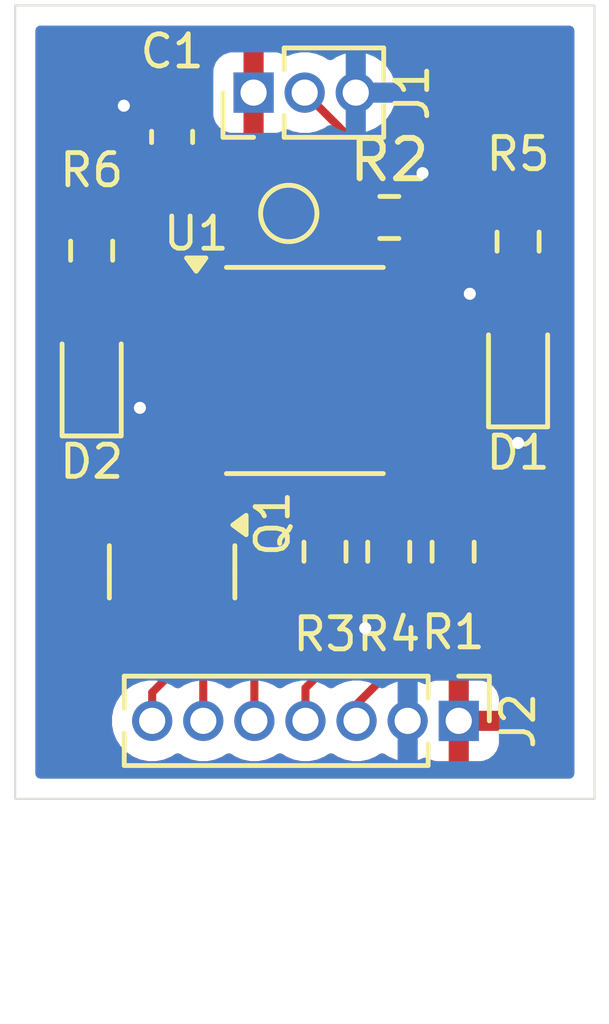
<source format=kicad_pcb>
(kicad_pcb (version 20241229) (generator "pcbnew") (generator_version "9.0")
  (layers (0 "F.Cu" signal) (2 "B.Cu" signal) (13 "F.Paste" user) (15 "B.Paste" user) (5 "F.SilkS" user "F.Silkscreen") (7 "B.SilkS" user "B.Silkscreen") (1 "F.Mask" user) (3 "B.Mask" user) (25 "Edge.Cuts" user))
  (net 0 "")
  (net 1 "+5V")
  (net 2 "GND")
  (net 3 "Net-(D1-A)")
  (net 4 "Net-(D2-A)")
  (net 5 "UPDI")
  (net 6 "CAR_ON")
  (net 7 "Net-(Q1-G)")
  (net 8 "BTN1")
  (net 9 "BTN2")
  (net 10 "IGNITION_IN")
  (net 11 "BTN_SHORT")
  (net 12 "Net-(U1-PA7)")
  (net 13 "Net-(U1-PA6)")
  (net 14 "BT_LED_IN")
  (footprint "Resistor_SMD:R_0603_1608Metric" (layer "F.Cu") (at 147.085 71.3 -90)
    (property "Reference" "R4" (at 2.05 0 0) (layer "F.SilkS") (effects (font (size 0.8 0.8) (thickness 0.12))))
    (property "Value" "10k")
    (fp_line (start -0.237258 0.5225) (end 0.237258 0.5225) (stroke (width 0.12)) (layer "F.SilkS"))
    (fp_line (start -0.237258 -0.5225) (end 0.237258 -0.5225) (stroke (width 0.12)) (layer "F.SilkS"))
    (pad "1" smd roundrect (at -0.825 0 270) (size 0.8 0.95) (layers "F.Cu" "F.Mask" "F.Paste") (net 7 "Net-(Q1-G)"))
    (pad "2" smd roundrect (at 0.825 0 270) (size 0.8 0.95) (layers "F.Cu" "F.Mask" "F.Paste") (net 2 "GND"))
  )
  (footprint "Resistor_SMD:R_0603_1608Metric" (layer "F.Cu") (at 147.1 63)
    (property "Reference" "R2" (at 0 -1.43 0) (layer "F.SilkS"))
    (property "Value" "7.5k")
    (fp_line (start -0.237258 -0.5225) (end 0.237258 -0.5225) (stroke (width 0.12)) (layer "F.SilkS"))
    (fp_line (start -0.237258 0.5225) (end 0.237258 0.5225) (stroke (width 0.12)) (layer "F.SilkS"))
    (pad "1" smd roundrect (at -0.825 0) (size 0.8 0.95) (layers "F.Cu" "F.Mask" "F.Paste") (net 6 "CAR_ON"))
    (pad "2" smd roundrect (at 0.825 0) (size 0.8 0.95) (layers "F.Cu" "F.Mask" "F.Paste") (net 2 "GND"))
  )
  (footprint "Resistor_SMD:R_0603_1608Metric" (layer "F.Cu") (at 145.5 71.3 90)
    (property "Reference" "R3" (at -2.05 0 0) (layer "F.SilkS") (effects (font (size 0.8 0.8) (thickness 0.12))))
    (property "Value" "1k")
    (fp_line (start -0.237258 -0.5225) (end 0.237258 -0.5225) (stroke (width 0.12)) (layer "F.SilkS"))
    (fp_line (start -0.237258 0.5225) (end 0.237258 0.5225) (stroke (width 0.12)) (layer "F.SilkS"))
    (pad "1" smd roundrect (at -0.825 0 90) (size 0.8 0.95) (layers "F.Cu" "F.Mask" "F.Paste") (net 11 "BTN_SHORT"))
    (pad "2" smd roundrect (at 0.825 0 90) (size 0.8 0.95) (layers "F.Cu" "F.Mask" "F.Paste") (net 7 "Net-(Q1-G)"))
  )
  (footprint "Package_TO_SOT_SMD:SOT-23" (layer "F.Cu") (at 141.7 71.8 -90)
    (property "Reference" "Q1" (at -1.2 -2.5 90) (layer "F.SilkS") (effects (font (size 0.8 0.8) (thickness 0.12))))
    (property "Value" "NMOS")
    (fp_line (start 0 1.56) (end -0.65 1.56) (stroke (width 0.12)) (layer "F.SilkS"))
    (fp_line (start 0 1.56) (end 0.65 1.56) (stroke (width 0.12)) (layer "F.SilkS"))
    (fp_line (start 0 -1.56) (end -0.65 -1.56) (stroke (width 0.12)) (layer "F.SilkS"))
    (fp_line (start 0 -1.56) (end 0.65 -1.56) (stroke (width 0.12)) (layer "F.SilkS"))
    (fp_poly (pts (xy -1.1625 -1.51) (xy -1.4025 -1.84) (xy -0.9225 -1.84) (xy -1.1625 -1.51)) (stroke (width 0.12)) (fill yes) (layer "F.SilkS"))
    (pad "1" smd roundrect (at -0.9375 -0.95 270) (size 1.475 0.6) (layers "F.Cu" "F.Mask" "F.Paste") (net 8 "BTN1"))
    (pad "2" smd roundrect (at -0.9375 0.95 270) (size 1.475 0.6) (layers "F.Cu" "F.Mask" "F.Paste") (net 7 "Net-(Q1-G)"))
    (pad "3" smd roundrect (at 0.9375 0 270) (size 1.475 0.6) (layers "F.Cu" "F.Mask" "F.Paste") (net 9 "BTN2"))
  )
  (footprint "Capacitor_SMD:C_0603_1608Metric" (layer "F.Cu") (at 141.7 61 90)
    (property "Reference" "C1" (at 2.125 0 180) (layer "F.SilkS") (effects (font (size 0.8 0.8) (thickness 0.12))))
    (property "Value" "100n")
    (fp_line (start -0.14058 -0.51) (end 0.14058 -0.51) (stroke (width 0.12)) (layer "F.SilkS"))
    (fp_line (start -0.14058 0.51) (end 0.14058 0.51) (stroke (width 0.12)) (layer "F.SilkS"))
    (pad "1" smd roundrect (at -0.775 0 90) (size 0.9 0.95) (layers "F.Cu" "F.Mask" "F.Paste") (net 1 "+5V"))
    (pad "2" smd roundrect (at 0.775 0 90) (size 0.9 0.95) (layers "F.Cu" "F.Mask" "F.Paste") (net 2 "GND"))
  )
  (footprint "LED_SMD:LED_0603_1608Metric" (layer "F.Cu") (at 139.7 66.94 90)
    (property "Reference" "D2" (at -2.125 0 180) (layer "F.SilkS") (effects (font (size 0.8 0.8) (thickness 0.12))))
    (property "Value" "RED")
    (fp_line (start 0.8 -0.735) (end -1.485 -0.735) (stroke (width 0.12)) (layer "F.SilkS"))
    (fp_line (start -1.485 -0.735) (end -1.485 0.735) (stroke (width 0.12)) (layer "F.SilkS"))
    (fp_line (start -1.485 0.735) (end 0.8 0.735) (stroke (width 0.12)) (layer "F.SilkS"))
    (pad "1" smd roundrect (at -0.7875 0 90) (size 0.875 0.95) (layers "F.Cu" "F.Mask" "F.Paste") (net 2 "GND"))
    (pad "2" smd roundrect (at 0.7875 0 90) (size 0.875 0.95) (layers "F.Cu" "F.Mask" "F.Paste") (net 4 "Net-(D2-A)"))
  )
  (footprint "Resistor_SMD:R_0603_1608Metric" (layer "F.Cu") (at 150.3 63.6 -90)
    (property "Reference" "R5" (at -2.175 0 180) (layer "F.SilkS") (effects (font (size 0.8 0.8) (thickness 0.12))))
    (property "Value" "1k")
    (fp_line (start -0.237258 0.5225) (end 0.237258 0.5225) (stroke (width 0.12)) (layer "F.SilkS"))
    (fp_line (start -0.237258 -0.5225) (end 0.237258 -0.5225) (stroke (width 0.12)) (layer "F.SilkS"))
    (pad "1" smd roundrect (at -0.825 0 270) (size 0.8 0.95) (layers "F.Cu" "F.Mask" "F.Paste") (net 1 "+5V"))
    (pad "2" smd roundrect (at 0.825 0 270) (size 0.8 0.95) (layers "F.Cu" "F.Mask" "F.Paste") (net 3 "Net-(D1-A)"))
  )
  (footprint "Resistor_SMD:R_0603_1608Metric" (layer "F.Cu") (at 139.7 63.825 -90)
    (property "Reference" "R6" (at -2 0 180) (layer "F.SilkS") (effects (font (size 0.8 0.8) (thickness 0.12))))
    (property "Value" "1k")
    (fp_line (start -0.237258 0.5225) (end 0.237258 0.5225) (stroke (width 0.12)) (layer "F.SilkS"))
    (fp_line (start -0.237258 -0.5225) (end 0.237258 -0.5225) (stroke (width 0.12)) (layer "F.SilkS"))
    (pad "1" smd roundrect (at -0.825 0 270) (size 0.8 0.95) (layers "F.Cu" "F.Mask" "F.Paste") (net 12 "Net-(U1-PA7)"))
    (pad "2" smd roundrect (at 0.825 0 270) (size 0.8 0.95) (layers "F.Cu" "F.Mask" "F.Paste") (net 4 "Net-(D2-A)"))
  )
  (footprint "Connector_PinHeader_1.27mm:PinHeader_1x03_P1.27mm_Vertical" (layer "F.Cu") (at 143.725 59.9 90)
    (property "Reference" "J1" (at 0 3.94 90) (layer "F.SilkS") (effects (font (size 0.8 0.8) (thickness 0.12))))
    (property "Value" "UPDI")
    (fp_line (start -1.11 -0.76) (end 0 -0.76) (stroke (width 0.12)) (layer "F.SilkS"))
    (fp_line (start -1.11 0) (end -1.11 -0.76) (stroke (width 0.12)) (layer "F.SilkS"))
    (fp_line (start 1.11 0.76) (end 1.11 3.235) (stroke (width 0.12)) (layer "F.SilkS"))
    (fp_line (start 0.563471 0.76) (end 1.11 0.76) (stroke (width 0.12)) (layer "F.SilkS"))
    (fp_line (start -1.11 0.76) (end -0.563471 0.76) (stroke (width 0.12)) (layer "F.SilkS"))
    (fp_line (start -1.11 0.76) (end -1.11 3.235) (stroke (width 0.12)) (layer "F.SilkS"))
    (fp_line (start 0.30753 3.235) (end 1.11 3.235) (stroke (width 0.12)) (layer "F.SilkS"))
    (fp_line (start -1.11 3.235) (end -0.30753 3.235) (stroke (width 0.12)) (layer "F.SilkS"))
    (pad "1" thru_hole rect (at 0 0 90) (size 1 1) (drill 0.65) (layers "*.Cu" "*.Mask") (net 1 "+5V"))
    (pad "2" thru_hole oval (at 0 1.27 90) (size 1 1) (drill 0.65) (layers "*.Cu" "*.Mask") (net 5 "UPDI"))
    (pad "3" thru_hole oval (at 0 2.54 90) (size 1 1) (drill 0.65) (layers "*.Cu" "*.Mask") (net 2 "GND"))
  )
  (footprint "Resistor_SMD:R_0603_1608Metric" (layer "F.Cu") (at 148.685 71.3 90)
    (property "Reference" "R1" (at -2 0 180) (layer "F.SilkS") (effects (font (size 0.8 0.8) (thickness 0.12))))
    (property "Value" "10k")
    (fp_line (start -0.237258 -0.5225) (end 0.237258 -0.5225) (stroke (width 0.12)) (layer "F.SilkS"))
    (fp_line (start -0.237258 0.5225) (end 0.237258 0.5225) (stroke (width 0.12)) (layer "F.SilkS"))
    (pad "1" smd roundrect (at -0.825 0 90) (size 0.8 0.95) (layers "F.Cu" "F.Mask" "F.Paste") (net 10 "IGNITION_IN"))
    (pad "2" smd roundrect (at 0.825 0 90) (size 0.8 0.95) (layers "F.Cu" "F.Mask" "F.Paste") (net 6 "CAR_ON"))
  )
  (footprint "LED_SMD:LED_0603_1608Metric" (layer "F.Cu") (at 150.3 66.715 90)
    (property "Reference" "D1" (at -2.125 0 180) (layer "F.SilkS") (effects (font (size 0.8 0.8) (thickness 0.12))))
    (property "Value" "RED")
    (fp_line (start 0.8 -0.735) (end -1.485 -0.735) (stroke (width 0.12)) (layer "F.SilkS"))
    (fp_line (start -1.485 -0.735) (end -1.485 0.735) (stroke (width 0.12)) (layer "F.SilkS"))
    (fp_line (start -1.485 0.735) (end 0.8 0.735) (stroke (width 0.12)) (layer "F.SilkS"))
    (pad "1" smd roundrect (at -0.7875 0 90) (size 0.875 0.95) (layers "F.Cu" "F.Mask" "F.Paste") (net 2 "GND"))
    (pad "2" smd roundrect (at 0.7875 0 90) (size 0.875 0.95) (layers "F.Cu" "F.Mask" "F.Paste") (net 3 "Net-(D1-A)"))
  )
  (footprint "TestPoint:TestPoint_Pad_D1.0mm" (layer "F.Cu") (at 144.6 62.9)
    (property "Reference" "TP1" (hide yes))
    (property "Value" "TestPoint")
    (fp_circle (center 0 0) (end 0 0.7) (stroke (width 0.12)) (fill no) (layer "F.SilkS"))
    (pad "1" smd circle (at 0 0) (size 1 1) (layers "F.Cu" "F.Mask") (net 13 "Net-(U1-PA6)"))
  )
  (footprint "Package_SO:SOIC-8_3.9x4.9mm_P1.27mm" (layer "F.Cu") (at 145 66.8)
    (property "Reference" "U1" (at -2.7 -3.4 0) (layer "F.SilkS") (effects (font (size 0.8 0.8) (thickness 0.12))))
    (property "Value" "ATtiny202-SSNR")
    (fp_line (start 0 -2.56) (end -1.95 -2.56) (stroke (width 0.12)) (layer "F.SilkS"))
    (fp_line (start 0 -2.56) (end 1.95 -2.56) (stroke (width 0.12)) (layer "F.SilkS"))
    (fp_line (start 0 2.56) (end -1.95 2.56) (stroke (width 0.12)) (layer "F.SilkS"))
    (fp_line (start 0 2.56) (end 1.95 2.56) (stroke (width 0.12)) (layer "F.SilkS"))
    (fp_poly (pts (xy -2.7 -2.465) (xy -2.94 -2.795) (xy -2.46 -2.795) (xy -2.7 -2.465)) (stroke (width 0.12)) (fill yes) (layer "F.SilkS"))
    (pad "1" smd roundrect (at -2.475 -1.905) (size 1.95 0.6) (layers "F.Cu" "F.Mask" "F.Paste") (net 1 "+5V"))
    (pad "2" smd roundrect (at -2.475 -0.635) (size 1.95 0.6) (layers "F.Cu" "F.Mask" "F.Paste") (net 13 "Net-(U1-PA6)"))
    (pad "3" smd roundrect (at -2.475 0.635) (size 1.95 0.6) (layers "F.Cu" "F.Mask" "F.Paste") (net 12 "Net-(U1-PA7)"))
    (pad "4" smd roundrect (at -2.475 1.905) (size 1.95 0.6) (layers "F.Cu" "F.Mask" "F.Paste") (net 6 "CAR_ON"))
    (pad "5" smd roundrect (at 2.475 1.905) (size 1.95 0.6) (layers "F.Cu" "F.Mask" "F.Paste") (net 11 "BTN_SHORT"))
    (pad "6" smd roundrect (at 2.475 0.635) (size 1.95 0.6) (layers "F.Cu" "F.Mask" "F.Paste") (net 5 "UPDI"))
    (pad "7" smd roundrect (at 2.475 -0.635) (size 1.95 0.6) (layers "F.Cu" "F.Mask" "F.Paste") (net 14 "BT_LED_IN"))
    (pad "8" smd roundrect (at 2.475 -1.905) (size 1.95 0.6) (layers "F.Cu" "F.Mask" "F.Paste") (net 2 "GND"))
  )
  (footprint "Connector_PinHeader_1.27mm:PinHeader_1x07_P1.27mm_Vertical" (layer "F.Cu") (at 148.825 75.5 -90)
    (property "Reference" "J2" (at 0 -1.475 90) (layer "F.SilkS") (effects (font (size 0.8 0.8) (thickness 0.12))))
    (property "Value" "Conn_01x07_Socket")
    (fp_line (start -1.11 8.315) (end -0.30753 8.315) (stroke (width 0.12)) (layer "F.SilkS"))
    (fp_line (start 0.30753 8.315) (end 1.11 8.315) (stroke (width 0.12)) (layer "F.SilkS"))
    (fp_line (start -1.11 0.76) (end -1.11 8.315) (stroke (width 0.12)) (layer "F.SilkS"))
    (fp_line (start -1.11 0.76) (end -0.563471 0.76) (stroke (width 0.12)) (layer "F.SilkS"))
    (fp_line (start 0.563471 0.76) (end 1.11 0.76) (stroke (width 0.12)) (layer "F.SilkS"))
    (fp_line (start 1.11 0.76) (end 1.11 8.315) (stroke (width 0.12)) (layer "F.SilkS"))
    (fp_line (start -1.11 0) (end -1.11 -0.76) (stroke (width 0.12)) (layer "F.SilkS"))
    (fp_line (start -1.11 -0.76) (end 0 -0.76) (stroke (width 0.12)) (layer "F.SilkS"))
    (pad "1" thru_hole rect (at 0 0 270) (size 1 1) (drill 0.65) (layers "*.Cu" "*.Mask") (net 1 "+5V"))
    (pad "2" thru_hole oval (at 0 1.27 270) (size 1 1) (drill 0.65) (layers "*.Cu" "*.Mask") (net 2 "GND"))
    (pad "3" thru_hole oval (at 0 2.54 270) (size 1 1) (drill 0.65) (layers "*.Cu" "*.Mask") (net 14 "BT_LED_IN"))
    (pad "4" thru_hole oval (at 0 3.81 270) (size 1 1) (drill 0.65) (layers "*.Cu" "*.Mask") (net 10 "IGNITION_IN"))
    (pad "5" thru_hole oval (at 0 5.08 270) (size 1 1) (drill 0.65) (layers "*.Cu" "*.Mask") (net 11 "BTN_SHORT"))
    (pad "6" thru_hole oval (at 0 6.35 270) (size 1 1) (drill 0.65) (layers "*.Cu" "*.Mask") (net 8 "BTN1"))
    (pad "7" thru_hole oval (at 0 7.62 270) (size 1 1) (drill 0.65) (layers "*.Cu" "*.Mask") (net 9 "BTN2"))
  )
  (gr_rect (start 137.8 57.735) (end 152.2 77.435) (stroke (width 0.05)) (fill no) (layer "Edge.Cuts"))
  (segment (start 147.085 72.125) (end 147.085 72.615) (width 0.2) (layer "F.Cu") (net 2))
  (segment (start 149.1 64.895) (end 147.475 64.895) (width 0.2) (layer "F.Cu") (net 2))
  (segment (start 150.3 68.6) (end 150.3 67.5025) (width 0.2) (layer "F.Cu") (net 2))
  (segment (start 147.085 72.615) (end 146.5 73.2) (width 0.2) (layer "F.Cu") (net 2))
  (segment (start 147.925 61.9) (end 147.925 63) (width 0.2) (layer "F.Cu") (net 2))
  (segment (start 140.5 60.225) (end 141.7 60.225) (width 0.2) (layer "F.Cu") (net 2))
  (segment (start 140.9 67.7275) (end 139.7 67.7275) (width 0.2) (layer "F.Cu") (net 2))
  (via (at 149.1 64.895) (size 0.6) (drill 0.3) (layers "F.Cu" "B.Cu") (net 2))
  (via (at 140.9 67.7275) (size 0.6) (drill 0.3) (layers "F.Cu" "B.Cu") (net 2))
  (via (at 140.5 60.225) (size 0.6) (drill 0.3) (layers "F.Cu" "B.Cu") (net 2))
  (via (at 146.5 73.2) (size 0.6) (drill 0.3) (layers "F.Cu" "B.Cu") (net 2))
  (via (at 150.3 68.6) (size 0.6) (drill 0.3) (layers "F.Cu" "B.Cu") (net 2))
  (via (at 147.925 61.9) (size 0.6) (drill 0.3) (layers "F.Cu" "B.Cu") (net 2))
  (segment (start 150.3 64.425) (end 150.3 65.9275) (width 0.2) (layer "F.Cu") (net 3))
  (segment (start 139.7 64.65) (end 139.7 66.1525) (width 0.2) (layer "F.Cu") (net 4))
  (segment (start 147 63.5) (end 145.6 64.9) (width 0.2) (layer "F.Cu") (net 5))
  (segment (start 147 61.905) (end 147 63.5) (width 0.2) (layer "F.Cu") (net 5))
  (segment (start 145.6 64.9) (end 145.6 66.8) (width 0.2) (layer "F.Cu") (net 5))
  (segment (start 144.995 59.9) (end 147 61.905) (width 0.2) (layer "F.Cu") (net 5))
  (segment (start 145.6 66.8) (end 146.235 67.435) (width 0.2) (layer "F.Cu") (net 5))
  (segment (start 146.235 67.435) (end 147.475 67.435) (width 0.2) (layer "F.Cu") (net 5))
  (segment (start 148.751 68.364032) (end 148.490968 68.104) (width 0.2) (layer "F.Cu") (net 6))
  (segment (start 146.275 63) (end 145.001 64.274) (width 0.2) (layer "F.Cu") (net 6))
  (segment (start 144.1 68.4) (end 143.795 68.705) (width 0.2) (layer "F.Cu") (net 6))
  (segment (start 148.751 70.409) (end 148.751 68.364032) (width 0.2) (layer "F.Cu") (net 6))
  (segment (start 144.1 68.104) (end 144.1 68.4) (width 0.2) (layer "F.Cu") (net 6))
  (segment (start 145.001 65.5661) (end 144.1 66.4671) (width 0.2) (layer "F.Cu") (net 6))
  (segment (start 144.1 66.4671) (end 144.1 68.104) (width 0.2) (layer "F.Cu") (net 6))
  (segment (start 145.001 64.274) (end 145.001 65.5661) (width 0.2) (layer "F.Cu") (net 6))
  (segment (start 148.490968 68.104) (end 144.1 68.104) (width 0.2) (layer "F.Cu") (net 6))
  (segment (start 148.685 70.475) (end 148.751 70.409) (width 0.2) (layer "F.Cu") (net 6))
  (segment (start 143.795 68.705) (end 142.525 68.705) (width 0.2) (layer "F.Cu") (net 6))
  (segment (start 145.5 70.475) (end 143.775 70.475) (width 0.2) (layer "F.Cu") (net 7))
  (segment (start 140.75 70.05) (end 140.75 70.8625) (width 0.2) (layer "F.Cu") (net 7))
  (segment (start 143.775 70.475) (end 143.1 69.8) (width 0.2) (layer "F.Cu") (net 7))
  (segment (start 143.1 69.8) (end 141 69.8) (width 0.2) (layer "F.Cu") (net 7))
  (segment (start 141 69.8) (end 140.75 70.05) (width 0.2) (layer "F.Cu") (net 7))
  (segment (start 145.5 70.475) (end 147.085 70.475) (width 0.2) (layer "F.Cu") (net 7))
  (segment (start 142.65 74.25) (end 142.475 74.425) (width 0.2) (layer "F.Cu") (net 8))
  (segment (start 142.65 70.8625) (end 142.65 74.25) (width 0.2) (layer "F.Cu") (net 8))
  (segment (start 142.475 74.425) (end 142.475 75.5) (width 0.2) (layer "F.Cu") (net 8))
  (segment (start 141.205 74.795) (end 141.205 75.5) (width 0.2) (layer "F.Cu") (net 9))
  (segment (start 141.7 72.7375) (end 141.7 74.3) (width 0.2) (layer "F.Cu") (net 9))
  (segment (start 141.7 74.3) (end 141.205 74.795) (width 0.2) (layer "F.Cu") (net 9))
  (segment (start 145.015 75.5) (end 145.015 74.685) (width 0.2) (layer "F.Cu") (net 10))
  (segment (start 145.9 73.8) (end 147.01 73.8) (width 0.2) (layer "F.Cu") (net 10))
  (segment (start 147.01 73.8) (end 148.685 72.125) (width 0.2) (layer "F.Cu") (net 10))
  (segment (start 145.015 74.685) (end 145.9 73.8) (width 0.2) (layer "F.Cu") (net 10))
  (segment (start 147.475 68.705) (end 147.475 69.475) (width 0.2) (layer "F.Cu") (net 11))
  (segment (start 147.861 70.939) (end 147.5 71.3) (width 0.2) (layer "F.Cu") (net 11))
  (segment (start 143.745 75.5) (end 143.745 73.88) (width 0.2) (layer "F.Cu") (net 11))
  (segment (start 146.325 71.3) (end 145.5 72.125) (width 0.2) (layer "F.Cu") (net 11))
  (segment (start 147.5 71.3) (end 146.325 71.3) (width 0.2) (layer "F.Cu") (net 11))
  (segment (start 147.861 69.861) (end 147.861 70.939) (width 0.2) (layer "F.Cu") (net 11))
  (segment (start 147.475 69.475) (end 147.861 69.861) (width 0.2) (layer "F.Cu") (net 11))
  (segment (start 143.745 73.88) (end 145.5 72.125) (width 0.2) (layer "F.Cu") (net 11))
  (segment (start 141.2 63.5) (end 140.7 63) (width 0.2) (layer "F.Cu") (net 12))
  (segment (start 142.525 67.435) (end 141.550001 67.435) (width 0.2) (layer "F.Cu") (net 12))
  (segment (start 141.550001 67.435) (end 141.2 67.084999) (width 0.2) (layer "F.Cu") (net 12))
  (segment (start 140.7 63) (end 139.7 63) (width 0.2) (layer "F.Cu") (net 12))
  (segment (start 141.2 67.084999) (end 141.2 63.5) (width 0.2) (layer "F.Cu") (net 12))
  (segment (start 142.525 66.165) (end 143.835 66.165) (width 0.2) (layer "F.Cu") (net 13))
  (segment (start 144.6 65.4) (end 144.6 62.9) (width 0.2) (layer "F.Cu") (net 13))
  (segment (start 143.835 66.165) (end 144.6 65.4) (width 0.2) (layer "F.Cu") (net 13))
  (segment (start 149.461 72.538064) (end 149.461 70.061936) (width 0.2) (layer "F.Cu") (net 14))
  (segment (start 148.7075 66.165) (end 147.475 66.165) (width 0.2) (layer "F.Cu") (net 14))
  (segment (start 146.285 75.5) (end 146.285 75.0921) (width 0.2) (layer "F.Cu") (net 14))
  (segment (start 146.285 75.0921) (end 148.5511 72.826) (width 0.2) (layer "F.Cu") (net 14))
  (segment (start 149.152 66.6095) (end 148.7075 66.165) (width 0.2) (layer "F.Cu") (net 14))
  (segment (start 148.5511 72.826) (end 149.173064 72.826) (width 0.2) (layer "F.Cu") (net 14))
  (segment (start 149.173064 69.774) (end 149.152 69.774) (width 0.2) (layer "F.Cu") (net 14))
  (segment (start 149.152 69.774) (end 149.152 66.6095) (width 0.2) (layer "F.Cu") (net 14))
  (segment (start 149.173064 72.826) (end 149.461 72.538064) (width 0.2) (layer "F.Cu") (net 14))
  (segment (start 149.461 70.061936) (end 149.173064 69.774) (width 0.2) (layer "F.Cu") (net 14))
  (zone (net 1) (net_name "+5V") (layer "F.Cu") (connect_pads (clearance 0.5)) (min_thickness 0.25) (fill yes (thermal_gap 0.5) (thermal_bridge_width 0.5))
    (polygon (pts (xy 137.8 57.7) (xy 152.3 57.7) (xy 152.3 77.5) (xy 137.8 77.5)))
  )
  (zone (net 2) (net_name "GND") (layer "B.Cu") (priority 1) (connect_pads (clearance 0.5)) (min_thickness 0.25) (fill yes (thermal_gap 0.5) (thermal_bridge_width 0.5))
    (polygon (pts (xy 137.7 57.6) (xy 152.4 57.6) (xy 152.4 77.6) (xy 137.7 77.6)))
  )
)
</source>
